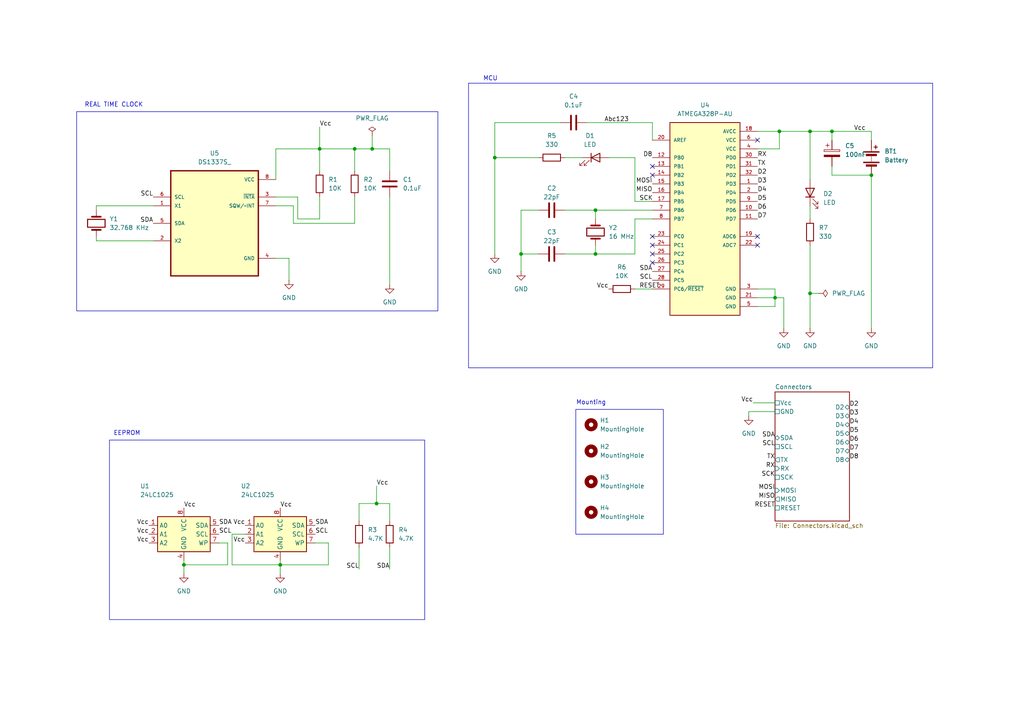
<source format=kicad_sch>
(kicad_sch (version 20250114) (generator "eeschema") (generator_version "9.0")
  (paper "A4")
  (title_block (title "${project_name}") (date "2025-05-19") (rev "1"))
  (lib_symbols
    (symbol "ATMEGA328P-AU:ATMEGA328P-AU" (pin_names (offset 1.016))
      (property "Reference" "U4" (at 0 33.02 0))
      (property "Value" "ATMEGA328P-AU" (at 0 30.48 0))
      (symbol "ATMEGA328P-AU_0_0"
        (rectangle (start -10.16 -27.94) (end 10.16 27.94) (stroke (width 0.254)) (fill (type background)))
        (pin input line (at -15.24 22.86 0) (length 5.08) (name "AREF") (number "20"))
        (pin bidirectional line (at -15.24 17.78 0) (length 5.08) (name "PB0") (number "12"))
        (pin bidirectional line (at -15.24 15.24 0) (length 5.08) (name "PB1") (number "13"))
        (pin bidirectional line (at -15.24 12.7 0) (length 5.08) (name "PB2") (number "14"))
        (pin bidirectional line (at -15.24 10.16 0) (length 5.08) (name "PB3") (number "15"))
        (pin bidirectional line (at -15.24 7.62 0) (length 5.08) (name "PB4") (number "16"))
        (pin bidirectional line (at -15.24 5.08 0) (length 5.08) (name "PB5") (number "17"))
        (pin bidirectional line (at -15.24 2.54 0) (length 5.08) (name "PB6") (number "7"))
        (pin bidirectional line (at -15.24 0 0) (length 5.08) (name "PB7") (number "8"))
        (pin bidirectional line (at -15.24 -5.08 0) (length 5.08) (name "PC0") (number "23"))
        (pin bidirectional line (at -15.24 -7.62 0) (length 5.08) (name "PC1") (number "24"))
        (pin bidirectional line (at -15.24 -10.16 0) (length 5.08) (name "PC2") (number "25"))
        (pin bidirectional line (at -15.24 -12.7 0) (length 5.08) (name "PC3") (number "26"))
        (pin bidirectional line (at -15.24 -15.24 0) (length 5.08) (name "PC4") (number "27"))
        (pin bidirectional line (at -15.24 -17.78 0) (length 5.08) (name "PC5") (number "28"))
        (pin bidirectional line (at -15.24 -20.32 0) (length 5.08) (name "PC6/~{RESET}") (number "29"))
        (pin power_in line (at 15.24 25.4 180) (length 5.08) (name "AVCC") (number "18"))
        (pin power_in line (at 15.24 22.86 180) (length 5.08) (name "VCC") (number "6"))
        (pin power_in line (at 15.24 20.32 180) (length 5.08) (name "VCC") (number "4"))
        (pin bidirectional line (at 15.24 17.78 180) (length 5.08) (name "PD0") (number "30"))
        (pin bidirectional line (at 15.24 15.24 180) (length 5.08) (name "PD1") (number "31"))
        (pin bidirectional line (at 15.24 12.7 180) (length 5.08) (name "PD2") (number "32"))
        (pin bidirectional line (at 15.24 10.16 180) (length 5.08) (name "PD3") (number "1"))
        (pin bidirectional line (at 15.24 7.62 180) (length 5.08) (name "PD4") (number "2"))
        (pin bidirectional line (at 15.24 5.08 180) (length 5.08) (name "PD5") (number "9"))
        (pin bidirectional line (at 15.24 2.54 180) (length 5.08) (name "PD6") (number "10"))
        (pin bidirectional line (at 15.24 0 180) (length 5.08) (name "PD7") (number "11"))
        (pin bidirectional line (at 15.24 -5.08 180) (length 5.08) (name "ADC6") (number "19"))
        (pin bidirectional line (at 15.24 -7.62 180) (length 5.08) (name "ADC7") (number "22"))
        (pin power_in line (at 15.24 -20.32 180) (length 5.08) (name "GND") (number "3"))
        (pin power_in line (at 15.24 -22.86 180) (length 5.08) (name "GND") (number "21"))
        (pin power_in line (at 15.24 -25.4 180) (length 5.08) (name "GND") (number "5"))
      )
    )
    (symbol "DS1337S_:DS1337S_" (pin_names (offset 1.016))
      (property "Reference" "U" (at -12.7 16.24 0))
      (property "Value" "DS1337S_" (at -12.7 -19.24 0))
      (symbol "DS1337S__0_0"
        (rectangle (start -12.7 -15.24) (end 12.7 15.24) (stroke (width 0.41)) (fill (type background)))
        (pin input line (at -17.78 7.62 0) (length 5.08) (name "SCL") (number "6"))
        (pin input line (at -17.78 5.08 0) (length 5.08) (name "X1") (number "1"))
        (pin bidirectional line (at -17.78 0 0) (length 5.08) (name "SDA") (number "5"))
        (pin bidirectional line (at -17.78 -5.08 0) (length 5.08) (name "X2") (number "2"))
        (pin power_in line (at 17.78 12.7 180) (length 5.08) (name "VCC") (number "8"))
        (pin output line (at 17.78 7.62 180) (length 5.08) (name "~{INTA}") (number "3"))
        (pin output line (at 17.78 5.08 180) (length 5.08) (name "SQW/~INT") (number "7"))
        (pin power_in line (at 17.78 -10.16 180) (length 5.08) (name "GND") (number "4"))
      )
    )
    (symbol "Device:Battery" (pin_numbers (hide yes)) (pin_names (offset 0) (hide yes))
      (property "Reference" "BT" (at 2.54 2.54 0))
      (property "Value" "Battery" (at 2.54 0 0))
      (symbol "Battery_0_1"
        (rectangle (start -2.286 1.778) (end 2.286 1.524) (fill (type outline)))
        (rectangle (start -2.286 -1.27) (end 2.286 -1.524) (fill (type outline)))
        (rectangle (start -1.524 1.016) (end 1.524 0.508) (fill (type outline)))
        (rectangle (start -1.524 -2.032) (end 1.524 -2.54) (fill (type outline)))
        (polyline (pts (xy 0 1.778) (xy 0 2.54)))
        (polyline (pts (xy 0 0) (xy 0 0.254)))
        (polyline (pts (xy 0 -0.508) (xy 0 -0.254)))
        (polyline (pts (xy 0 -1.016) (xy 0 -0.762)))
        (polyline (pts (xy 0.762 3.048) (xy 1.778 3.048)) (stroke (width 0.254)))
        (polyline (pts (xy 1.27 3.556) (xy 1.27 2.54)) (stroke (width 0.254)))
      )
      (symbol "Battery_1_1"
        (pin passive line (at 0 5.08 270) (length 2.54) (name "+") (number "1"))
        (pin passive line (at 0 -5.08 90) (length 2.54) (name "-") (number "2"))
      )
    )
    (symbol "Device:C" (pin_numbers (hide yes)) (pin_names (offset 0.254))
      (property "Reference" "C" (at 0.635 2.54 0))
      (property "Value" "C" (at 0.635 -2.54 0))
      (symbol "C_0_1"
        (polyline (pts (xy -2.032 0.762) (xy 2.032 0.762)) (stroke (width 0.508)))
        (polyline (pts (xy -2.032 -0.762) (xy 2.032 -0.762)) (stroke (width 0.508)))
      )
      (symbol "C_1_1"
        (pin passive line (at 0 3.81 270) (length 2.794) (name "~") (number "1"))
        (pin passive line (at 0 -3.81 90) (length 2.794) (name "~") (number "2"))
      )
    )
    (symbol "Device:C_Polarized" (pin_numbers (hide yes)) (pin_names (offset 0.254))
      (property "Reference" "C" (at 0.635 2.54 0))
      (property "Value" "C_Polarized" (at 0.635 -2.54 0))
      (symbol "C_Polarized_0_1"
        (rectangle (start -2.286 0.508) (end 2.286 1.016))
        (polyline (pts (xy -1.778 2.286) (xy -0.762 2.286)))
        (polyline (pts (xy -1.27 2.794) (xy -1.27 1.778)))
        (rectangle (start 2.286 -0.508) (end -2.286 -1.016) (fill (type outline)))
      )
      (symbol "C_Polarized_1_1"
        (pin passive line (at 0 3.81 270) (length 2.794) (name "~") (number "1"))
        (pin passive line (at 0 -3.81 90) (length 2.794) (name "~") (number "2"))
      )
    )
    (symbol "Device:Crystal" (pin_numbers (hide yes)) (pin_names (offset 1.016) (hide yes))
      (property "Reference" "Y" (at 0 3.81 0))
      (property "Value" "Crystal" (at 0 -3.81 0))
      (symbol "Crystal_0_1"
        (polyline (pts (xy -2.54 0) (xy -1.905 0)))
        (polyline (pts (xy -1.905 -1.27) (xy -1.905 1.27)) (stroke (width 0.508)))
        (rectangle (start -1.143 2.54) (end 1.143 -2.54) (stroke (width 0.3048)))
        (polyline (pts (xy 1.905 -1.27) (xy 1.905 1.27)) (stroke (width 0.508)))
        (polyline (pts (xy 2.54 0) (xy 1.905 0)))
      )
      (symbol "Crystal_1_1"
        (pin passive line (at -3.81 0 0) (length 1.27) (name "1") (number "1"))
        (pin passive line (at 3.81 0 180) (length 1.27) (name "2") (number "2"))
      )
    )
    (symbol "Device:LED" (pin_numbers (hide yes)) (pin_names (offset 1.016) (hide yes))
      (property "Reference" "D" (at 0 2.54 0))
      (property "Value" "LED" (at 0 -2.54 0))
      (symbol "LED_0_1"
        (polyline (pts (xy -3.048 -0.762) (xy -4.572 -2.286) (xy -3.81 -2.286) (xy -4.572 -2.286) (xy -4.572 -1.524)))
        (polyline (pts (xy -1.778 -0.762) (xy -3.302 -2.286) (xy -2.54 -2.286) (xy -3.302 -2.286) (xy -3.302 -1.524)))
        (polyline (pts (xy -1.27 0) (xy 1.27 0)))
        (polyline (pts (xy -1.27 -1.27) (xy -1.27 1.27)) (stroke (width 0.254)))
        (polyline (pts (xy 1.27 -1.27) (xy 1.27 1.27) (xy -1.27 0) (xy 1.27 -1.27)) (stroke (width 0.254)))
      )
      (symbol "LED_1_1"
        (pin passive line (at -3.81 0 0) (length 2.54) (name "K") (number "1"))
        (pin passive line (at 3.81 0 180) (length 2.54) (name "A") (number "2"))
      )
    )
    (symbol "Device:R" (pin_numbers (hide yes)) (pin_names (offset 0))
      (property "Reference" "R" (at 2.032 0 90))
      (property "Value" "R" (at 0 0 90))
      (symbol "R_0_1"
        (rectangle (start -1.016 -2.54) (end 1.016 2.54) (stroke (width 0.254)))
      )
      (symbol "R_1_1"
        (pin passive line (at 0 3.81 270) (length 1.27) (name "~") (number "1"))
        (pin passive line (at 0 -3.81 90) (length 1.27) (name "~") (number "2"))
      )
    )
    (symbol "Mechanical:MountingHole" (pin_names (offset 1.016)) (in_bom no)
      (property "Reference" "H" (at 0 5.08 0))
      (property "Value" "MountingHole" (at 0 3.175 0))
      (symbol "MountingHole_0_1"
        (circle (center 0 0) (radius 1.27) (stroke (width 1.27)))
      )
    )
    (symbol "Memory_EEPROM:24LC1025"
      (property "Reference" "U" (at -6.35 6.35 0))
      (property "Value" "24LC1025" (at 1.27 6.35 0))
      (symbol "24LC1025_1_1"
        (rectangle (start -7.62 5.08) (end 7.62 -5.08) (stroke (width 0.254)) (fill (type background)))
        (pin input line (at -10.16 2.54 0) (length 2.54) (name "A0") (number "1"))
        (pin input line (at -10.16 0 0) (length 2.54) (name "A1") (number "2"))
        (pin input line (at -10.16 -2.54 0) (length 2.54) (name "A2") (number "3"))
        (pin power_in line (at 0 7.62 270) (length 2.54) (name "VCC") (number "8"))
        (pin power_in line (at 0 -7.62 90) (length 2.54) (name "GND") (number "4"))
        (pin bidirectional line (at 10.16 2.54 180) (length 2.54) (name "SDA") (number "5"))
        (pin input line (at 10.16 0 180) (length 2.54) (name "SCL") (number "6"))
        (pin input line (at 10.16 -2.54 180) (length 2.54) (name "WP") (number "7"))
      )
    )
    (symbol "power:GND" (power) (pin_numbers (hide yes)) (pin_names (offset 0) (hide yes))
      (property "Value" "GND" (at 0 -3.81 0))
      (symbol "GND_0_1"
        (polyline (pts (xy 0 0) (xy 0 -1.27) (xy 1.27 -1.27) (xy 0 -2.54) (xy -1.27 -1.27) (xy 0 -1.27)))
      )
      (symbol "GND_1_1"
        (pin power_in line (at 0 0 270) (length 0) (name "~") (number "1"))
      )
    )
    (symbol "power:PWR_FLAG" (power) (pin_numbers (hide yes)) (pin_names (offset 0) (hide yes))
      (property "Value" "PWR_FLAG" (at 0 3.81 0))
      (symbol "PWR_FLAG_0_0"
        (pin power_out line (at 0 0 90) (length 0) (name "~") (number "1"))
      )
      (symbol "PWR_FLAG_0_1"
        (polyline (pts (xy 0 0) (xy 0 1.27) (xy -1.016 1.905) (xy 0 2.54) (xy 1.016 1.905) (xy 0 1.27)))
      )
    )
  )
  (rectangle (start 31.75 127.635) (end 123.19 179.705))
  (rectangle (start 22.225 32.385) (end 127 90.17))
  (rectangle (start 167.005 118.745) (end 192.405 154.94))
  (rectangle (start 135.89 24.13) (end 270.51 106.68))
  (text "REAL TIME CLOCK" (at 33.02 30.48 0) (effects (font (size 1.27 1.27))))
  (text "EEPROM" (at 36.83 125.73 0) (effects (font (size 1.27 1.27))))
  (text "Mounting" (at 171.45 116.84 0) (effects (font (size 1.27 1.27))))
  (text "MCU" (at 142.24 22.86 0) (effects (font (size 1.27 1.27))))
  (junction (at 234.95 38.1))
  (junction (at 172.72 73.66))
  (junction (at 151.13 73.66))
  (junction (at 241.3 38.1))
  (junction (at 172.72 60.96))
  (junction (at 102.87 43.18))
  (junction (at 81.28 163.83))
  (junction (at 252.73 50.8))
  (junction (at 234.95 85.09))
  (junction (at 92.71 43.18))
  (junction (at 143.51 45.72))
  (junction (at 226.06 38.1))
  (junction (at 109.22 146.05))
  (junction (at 224.79 86.36))
  (junction (at 53.34 163.83))
  (junction (at 107.95 43.18))
  (no_connect (at 189.23 73.66))
  (no_connect (at 189.23 76.2))
  (no_connect (at 189.23 68.58))
  (no_connect (at 189.23 48.26))
  (no_connect (at 219.71 68.58))
  (no_connect (at 219.71 71.12))
  (no_connect (at 189.23 50.8))
  (no_connect (at 219.71 40.64))
  (no_connect (at 189.23 71.12))
  (wire (pts (xy 189.23 63.5) (xy 184.15 63.5)))
  (wire (pts (xy 219.71 83.82) (xy 224.79 83.82)))
  (wire (pts (xy 66.04 157.48) (xy 66.04 163.83)))
  (wire (pts (xy 184.15 45.72) (xy 184.15 58.42)))
  (wire (pts (xy 92.71 63.5) (xy 92.71 57.15)))
  (wire (pts (xy 27.94 69.85) (xy 44.45 69.85)))
  (wire (pts (xy 224.79 86.36) (xy 227.33 86.36)))
  (wire (pts (xy 27.94 59.69) (xy 44.45 59.69)))
  (wire (pts (xy 113.03 57.15) (xy 113.03 82.55)))
  (wire (pts (xy 80.01 52.07) (xy 80.01 43.18)))
  (wire (pts (xy 81.28 162.56) (xy 81.28 163.83)))
  (wire (pts (xy 85.09 64.77) (xy 102.87 64.77)))
  (wire (pts (xy 241.3 50.8) (xy 252.73 50.8)))
  (wire (pts (xy 102.87 43.18) (xy 102.87 49.53)))
  (wire (pts (xy 170.18 35.56) (xy 189.23 35.56)))
  (wire (pts (xy 252.73 40.64) (xy 252.73 38.1)))
  (wire (pts (xy 113.03 43.18) (xy 113.03 49.53)))
  (wire (pts (xy 95.25 157.48) (xy 95.25 163.83)))
  (wire (pts (xy 102.87 64.77) (xy 102.87 57.15)))
  (wire (pts (xy 156.21 60.96) (xy 151.13 60.96)))
  (wire (pts (xy 92.71 36.83) (xy 92.71 43.18)))
  (wire (pts (xy 217.17 120.65) (xy 217.17 119.38)))
  (wire (pts (xy 163.83 60.96) (xy 172.72 60.96)))
  (wire (pts (xy 92.71 43.18) (xy 92.71 49.53)))
  (wire (pts (xy 163.83 45.72) (xy 168.91 45.72)))
  (wire (pts (xy 81.28 163.83) (xy 81.28 166.37)))
  (wire (pts (xy 80.01 74.93) (xy 83.82 74.93)))
  (wire (pts (xy 172.72 60.96) (xy 189.23 60.96)))
  (wire (pts (xy 143.51 45.72) (xy 143.51 73.66)))
  (wire (pts (xy 113.03 146.05) (xy 113.03 151.13)))
  (wire (pts (xy 176.53 45.72) (xy 184.15 45.72)))
  (wire (pts (xy 252.73 50.8) (xy 252.73 95.25)))
  (wire (pts (xy 234.95 71.12) (xy 234.95 85.09)))
  (wire (pts (xy 241.3 48.26) (xy 241.3 50.8)))
  (wire (pts (xy 107.95 39.37) (xy 107.95 43.18)))
  (wire (pts (xy 252.73 38.1) (xy 241.3 38.1)))
  (wire (pts (xy 53.34 162.56) (xy 53.34 163.83)))
  (wire (pts (xy 109.22 146.05) (xy 113.03 146.05)))
  (wire (pts (xy 184.15 83.82) (xy 189.23 83.82)))
  (wire (pts (xy 219.71 43.18) (xy 226.06 43.18)))
  (wire (pts (xy 224.79 83.82) (xy 224.79 86.36)))
  (wire (pts (xy 234.95 85.09) (xy 234.95 95.25)))
  (wire (pts (xy 234.95 85.09) (xy 237.49 85.09)))
  (wire (pts (xy 226.06 38.1) (xy 219.71 38.1)))
  (wire (pts (xy 241.3 38.1) (xy 241.3 40.64)))
  (wire (pts (xy 156.21 45.72) (xy 143.51 45.72)))
  (wire (pts (xy 91.44 157.48) (xy 95.25 157.48)))
  (wire (pts (xy 86.36 63.5) (xy 92.71 63.5)))
  (wire (pts (xy 67.31 154.94) (xy 67.31 163.83)))
  (wire (pts (xy 234.95 38.1) (xy 226.06 38.1)))
  (wire (pts (xy 109.22 140.97) (xy 109.22 146.05)))
  (wire (pts (xy 104.14 158.75) (xy 104.14 165.1)))
  (wire (pts (xy 86.36 57.15) (xy 86.36 63.5)))
  (wire (pts (xy 151.13 73.66) (xy 156.21 73.66)))
  (wire (pts (xy 172.72 71.12) (xy 172.72 73.66)))
  (wire (pts (xy 67.31 163.83) (xy 81.28 163.83)))
  (wire (pts (xy 234.95 59.69) (xy 234.95 63.5)))
  (wire (pts (xy 143.51 35.56) (xy 143.51 45.72)))
  (wire (pts (xy 53.34 163.83) (xy 53.34 166.37)))
  (wire (pts (xy 92.71 43.18) (xy 102.87 43.18)))
  (wire (pts (xy 162.56 35.56) (xy 143.51 35.56)))
  (wire (pts (xy 102.87 43.18) (xy 107.95 43.18)))
  (wire (pts (xy 227.33 95.25) (xy 227.33 86.36)))
  (wire (pts (xy 81.28 163.83) (xy 95.25 163.83)))
  (wire (pts (xy 63.5 157.48) (xy 66.04 157.48)))
  (wire (pts (xy 27.94 68.58) (xy 27.94 69.85)))
  (wire (pts (xy 189.23 35.56) (xy 189.23 40.64)))
  (wire (pts (xy 172.72 60.96) (xy 172.72 63.5)))
  (wire (pts (xy 151.13 60.96) (xy 151.13 73.66)))
  (wire (pts (xy 27.94 60.96) (xy 27.94 59.69)))
  (wire (pts (xy 234.95 38.1) (xy 241.3 38.1)))
  (wire (pts (xy 226.06 43.18) (xy 226.06 38.1)))
  (wire (pts (xy 85.09 59.69) (xy 85.09 64.77)))
  (wire (pts (xy 217.17 119.38) (xy 224.79 119.38)))
  (wire (pts (xy 234.95 38.1) (xy 234.95 52.07)))
  (wire (pts (xy 104.14 146.05) (xy 109.22 146.05)))
  (wire (pts (xy 219.71 86.36) (xy 224.79 86.36)))
  (wire (pts (xy 80.01 57.15) (xy 86.36 57.15)))
  (wire (pts (xy 83.82 74.93) (xy 83.82 81.28)))
  (wire (pts (xy 163.83 73.66) (xy 172.72 73.66)))
  (wire (pts (xy 184.15 63.5) (xy 184.15 73.66)))
  (wire (pts (xy 224.79 86.36) (xy 224.79 88.9)))
  (wire (pts (xy 53.34 163.83) (xy 66.04 163.83)))
  (wire (pts (xy 80.01 43.18) (xy 92.71 43.18)))
  (wire (pts (xy 113.03 158.75) (xy 113.03 165.1)))
  (wire (pts (xy 80.01 59.69) (xy 85.09 59.69)))
  (wire (pts (xy 71.12 154.94) (xy 67.31 154.94)))
  (wire (pts (xy 104.14 151.13) (xy 104.14 146.05)))
  (wire (pts (xy 184.15 58.42) (xy 189.23 58.42)))
  (wire (pts (xy 219.71 88.9) (xy 224.79 88.9)))
  (wire (pts (xy 151.13 73.66) (xy 151.13 78.74)))
  (wire (pts (xy 107.95 43.18) (xy 113.03 43.18)))
  (wire (pts (xy 184.15 73.66) (xy 172.72 73.66)))
  (wire (pts (xy 218.44 116.84) (xy 224.79 116.84)))
  (label "RESET" (at 185.42 83.82 0))
  (label "D2" (at 219.71 50.8 0))
  (label "Vcc" (at 247.65 38.1 0))
  (label "D7" (at 219.71 63.5 0))
  (label "D4" (at 246.38 123.19 0))
  (label "SDA" (at 91.44 152.4 0))
  (label "Vcc" (at 109.22 140.97 0))
  (label "RESET" (at 224.79 147.32 180))
  (label "Abc123" (at 175.26 35.56 0))
  (label "D6" (at 246.38 128.27 0))
  (label "SCL" (at 189.23 81.28 180))
  (label "SCK" (at 185.42 58.42 0))
  (label "SDA" (at 113.03 165.1 180))
  (label "Vcc" (at 53.34 147.32 0))
  (label "SDA" (at 224.79 127 180))
  (label "D8" (at 246.38 133.35 0))
  (label "TX" (at 219.71 48.26 0))
  (label "D3" (at 246.38 120.65 0))
  (label "SCL" (at 224.79 129.54 180))
  (label "MOSI" (at 224.79 142.24 180))
  (label "Vcc" (at 43.18 154.94 180))
  (label "D5" (at 219.71 58.42 0))
  (label "SDA" (at 44.45 64.77 180))
  (label "Vcc" (at 43.18 157.48 180))
  (label "RX" (at 219.71 45.72 0))
  (label "D6" (at 219.71 60.96 0))
  (label "Vcc" (at 71.12 152.4 180))
  (label "TX" (at 224.79 133.35 180))
  (label "D3" (at 219.71 53.34 0))
  (label "Vcc" (at 92.71 36.83 0))
  (label "Vcc" (at 218.44 116.84 180))
  (label "Vcc" (at 176.53 83.82 180))
  (label "MISO" (at 224.79 144.78 180))
  (label "SCL" (at 91.44 154.94 0))
  (label "Vcc" (at 81.28 147.32 0))
  (label "SCL" (at 44.45 57.15 180))
  (label "MOSI" (at 189.23 53.34 180))
  (label "D7" (at 246.38 130.81 0))
  (label "MISO" (at 189.23 55.88 180))
  (label "SDA" (at 189.23 78.74 180))
  (label "SCL" (at 63.5 154.94 0))
  (label "SCL" (at 104.14 165.1 180))
  (label "D4" (at 219.71 55.88 0))
  (label "D2" (at 246.38 118.11 0))
  (label "SDA" (at 63.5 152.4 0))
  (label "SCK" (at 224.79 138.43 180))
  (label "D5" (at 246.38 125.73 0))
  (label "Vcc" (at 43.18 152.4 180))
  (label "D8" (at 189.23 45.72 180))
  (label "RX" (at 224.79 135.89 180))
  (label "Vcc" (at 71.12 157.48 180))
  (symbol (lib_id "Device:C") (at 166.37 35.56 90) (unit 1)
    (property "Reference" "C4" (at 166.37 27.94 90))
    (property "Value" "0.1uF" (at 166.37 30.48 90))
    (property "Footprint" "Capacitor_SMD:C_0805_2012Metric" (effects (hide yes)))
    (property "Description" "Unpolarized capacitor" (effects (hide yes)))
  )
  (symbol (lib_id "power:GND") (at 227.33 95.25 0) (unit 1)
    (property "Reference" "#PWR05" (effects (hide yes)))
    (property "Value" "GND" (at 227.33 100.33 0))
    (property "Description" "Power symbol creates a global label with name \"GND\" , ground" (effects (hide yes)))
  )
  (symbol (lib_id "Device:R") (at 180.34 83.82 90) (unit 1)
    (property "Reference" "R6" (at 180.34 77.47 90))
    (property "Value" "10K" (at 180.34 80.01 90))
    (property "Footprint" "Resistor_SMD:R_0805_2012Metric" (effects (hide yes)))
    (property "Description" "Resistor" (effects (hide yes)))
  )
  (symbol (lib_id "Device:R") (at 113.03 154.94 0) (unit 1)
    (property "Reference" "R4" (at 115.57 153.6699 0) (effects (justify left)))
    (property "Value" "4.7K" (at 115.57 156.2099 0) (effects (justify left)))
    (property "Footprint" "Resistor_SMD:R_0805_2012Metric" (effects (hide yes)))
    (property "Description" "Resistor" (effects (hide yes)))
  )
  (symbol (lib_id "Device:C_Polarized") (at 241.3 44.45 0) (unit 1)
    (property "Reference" "C5" (at 245.11 42.2909 0) (effects (justify left)))
    (property "Value" "100nF" (at 245.11 44.8309 0) (effects (justify left)))
    (property "Footprint" "Capacitor_SMD:C_0805_2012Metric" (effects (hide yes)))
    (property "Description" "Polarized capacitor" (effects (hide yes)))
  )
  (symbol (lib_id "Device:LED") (at 234.95 55.88 90) (unit 1)
    (property "Reference" "D2" (at 238.76 56.1974 90) (effects (justify right)))
    (property "Value" "LED" (at 238.76 58.7374 90) (effects (justify right)))
    (property "Footprint" "LED_SMD:LED_0805_2012Metric" (effects (hide yes)))
    (property "Description" "Light emitting diode" (effects (hide yes)))
    (property "Sim.Pins" "1=K 2=A" (effects (hide yes)))
  )
  (symbol (lib_id "Device:Crystal") (at 172.72 67.31 90) (unit 1)
    (property "Reference" "Y2" (at 176.53 66.0399 90) (effects (justify right)))
    (property "Value" "16 MHz" (at 176.53 68.58 90) (effects (justify right)))
    (property "Footprint" "Crystal:Crystal_SMD_5032-2Pin_5.0x3.2mm_HandSoldering" (effects (hide yes)))
    (property "Description" "Two pin crystal" (effects (hide yes)))
  )
  (symbol (lib_id "Device:C") (at 160.02 60.96 90) (unit 1)
    (property "Reference" "C2" (at 160.02 54.61 90))
    (property "Value" "22pF" (at 160.02 57.15 90))
    (property "Footprint" "Capacitor_SMD:C_0805_2012Metric" (effects (hide yes)))
    (property "Description" "Unpolarized capacitor" (effects (hide yes)))
  )
  (symbol (lib_id "Device:Crystal") (at 27.94 64.77 90) (unit 1)
    (property "Reference" "Y1" (at 31.75 63.4999 90) (effects (justify right)))
    (property "Value" "32.768 KHz" (at 31.75 66.0399 90) (effects (justify right)))
    (property "Footprint" "Crystal:Crystal_SMD_5032-2Pin_5.0x3.2mm_HandSoldering" (effects (hide yes)))
    (property "Description" "Two pin crystal" (effects (hide yes)))
  )
  (symbol (lib_id "Device:R") (at 92.71 53.34 0) (unit 1)
    (property "Reference" "R1" (at 95.25 52.0699 0) (effects (justify left)))
    (property "Value" "10K" (at 95.25 54.6099 0) (effects (justify left)))
    (property "Footprint" "Resistor_SMD:R_0805_2012Metric" (effects (hide yes)))
    (property "Description" "Resistor" (effects (hide yes)))
  )
  (symbol (lib_id "power:GND") (at 252.73 95.25 0) (unit 1)
    (property "Reference" "#PWR07" (effects (hide yes)))
    (property "Value" "GND" (at 252.73 100.33 0))
    (property "Description" "Power symbol creates a global label with name \"GND\" , ground" (effects (hide yes)))
  )
  (symbol (lib_id "Device:C") (at 160.02 73.66 90) (unit 1)
    (property "Reference" "C3" (at 160.02 67.31 90))
    (property "Value" "22pF" (at 160.02 69.85 90))
    (property "Footprint" "Capacitor_SMD:C_0805_2012Metric" (effects (hide yes)))
    (property "Description" "Unpolarized capacitor" (effects (hide yes)))
  )
  (symbol (lib_id "Mechanical:MountingHole") (at 171.45 123.19 0) (unit 1) (in_bom no)
    (property "Reference" "H1" (at 173.99 121.9199 0) (effects (justify left)))
    (property "Value" "MountingHole" (at 173.99 124.4599 0) (effects (justify left)))
    (property "Footprint" "MountingHole:MountingHole_2.1mm" (effects (hide yes)))
    (property "Description" "Mounting Hole without connection" (effects (hide yes)))
  )
  (symbol (lib_id "Device:R") (at 102.87 53.34 0) (unit 1)
    (property "Reference" "R2" (at 105.41 52.0699 0) (effects (justify left)))
    (property "Value" "10K" (at 105.41 54.6099 0) (effects (justify left)))
    (property "Footprint" "Resistor_SMD:R_0805_2012Metric" (effects (hide yes)))
    (property "Description" "Resistor" (effects (hide yes)))
  )
  (symbol (lib_id "power:GND") (at 143.51 73.66 0) (unit 1)
    (property "Reference" "#PWR09" (effects (hide yes)))
    (property "Value" "GND" (at 143.51 78.74 0))
    (property "Description" "Power symbol creates a global label with name \"GND\" , ground" (effects (hide yes)))
  )
  (symbol (lib_id "power:GND") (at 217.17 120.65 0) (unit 1)
    (property "Reference" "#PWR010" (effects (hide yes)))
    (property "Value" "GND" (at 217.17 125.73 0))
    (property "Description" "Power symbol creates a global label with name \"GND\" , ground" (effects (hide yes)))
  )
  (symbol (lib_id "Device:R") (at 160.02 45.72 90) (unit 1)
    (property "Reference" "R5" (at 160.02 39.37 90))
    (property "Value" "330" (at 160.02 41.91 90))
    (property "Footprint" "Resistor_SMD:R_0805_2012Metric" (effects (hide yes)))
    (property "Description" "Resistor" (effects (hide yes)))
  )
  (symbol (lib_id "ATMEGA328P-AU:ATMEGA328P-AU") (at 204.47 63.5 0) (unit 1)
    (property "Reference" "U4" (at 204.47 30.48 0))
    (property "Value" "ATMEGA328P-AU" (at 204.47 33.02 0))
    (property "Footprint" "Footprints:QFP80P900X900X120-32N" (effects (hide yes)))
    (property "MF" "MICROCHIP TECH." (effects (hide yes)))
    (property "MAXIMUM_PACKAGE_HEIGHT" "1.20mm" (effects (hide yes)))
    (property "Package" "TQFP-32 Microchip" (effects (hide yes)))
    (property "Price" "None" (effects (hide yes)))
    (property "Check_prices" "https://www.snapeda.com/parts/ATMEGA328P-AU/Microchip/view-part/?ref=eda" (effects (hide yes)))
    (property "STANDARD" "IPC-7351B" (effects (hide yes)))
    (property "PARTREV" "8271A" (effects (hide yes)))
    (property "SnapEDA_Link" "https://www.snapeda.com/parts/ATMEGA328P-AU/Microchip/view-part/?ref=snap" (effects (hide yes)))
    (property "MP" "ATMEGA328P-AU" (effects (hide yes)))
    (property "Description_1" "MCU 8-bit - AVR ATmega Family ATmega328 Series Microcontrollers - 20 MHz - 32 KB - 2 KB - 32 Pins." (effects (hide yes)))
    (property "Availability" "In Stock" (effects (hide yes)))
    (property "MANUFACTURER" "Microchip" (effects (hide yes)))
  )
  (symbol (lib_id "power:GND") (at 81.28 166.37 0) (unit 1)
    (property "Reference" "#PWR04" (effects (hide yes)))
    (property "Value" "GND" (at 81.28 171.45 0))
    (property "Description" "Power symbol creates a global label with name \"GND\" , ground" (effects (hide yes)))
  )
  (symbol (lib_id "power:GND") (at 113.03 82.55 0) (unit 1)
    (property "Reference" "#PWR02" (effects (hide yes)))
    (property "Value" "GND" (at 113.03 87.63 0))
    (property "Description" "Power symbol creates a global label with name \"GND\" , ground" (effects (hide yes)))
  )
  (symbol (lib_id "Memory_EEPROM:24LC1025") (at 81.28 154.94 0) (unit 1)
    (property "Reference" "U2" (at 69.85 140.97 0) (effects (justify left)))
    (property "Value" "24LC1025" (at 69.85 143.51 0) (effects (justify left)))
    (property "Footprint" "Package_SO:SOIC-8_5.3x5.3mm_P1.27mm" (effects (hide yes)))
    (property "Datasheet" "http://ww1.microchip.com/downloads/en/DeviceDoc/21941B.pdf" (effects (hide yes)))
    (property "Description" "I2C Serial EEPROM, 1024Kb, DIP-8/SOIC-8/TSSOP-8/DFN-8" (effects (hide yes)))
  )
  (symbol (lib_id "power:GND") (at 234.95 95.25 0) (unit 1)
    (property "Reference" "#PWR06" (effects (hide yes)))
    (property "Value" "GND" (at 234.95 100.33 0))
    (property "Description" "Power symbol creates a global label with name \"GND\" , ground" (effects (hide yes)))
  )
  (symbol (lib_id "Mechanical:MountingHole") (at 171.45 130.81 0) (unit 1) (in_bom no)
    (property "Reference" "H2" (at 173.99 129.5399 0) (effects (justify left)))
    (property "Value" "MountingHole" (at 173.99 132.0799 0) (effects (justify left)))
    (property "Footprint" "MountingHole:MountingHole_2.1mm" (effects (hide yes)))
    (property "Description" "Mounting Hole without connection" (effects (hide yes)))
  )
  (symbol (lib_id "Device:R") (at 234.95 67.31 0) (unit 1)
    (property "Reference" "R7" (at 237.49 66.0399 0) (effects (justify left)))
    (property "Value" "330" (at 237.49 68.5799 0) (effects (justify left)))
    (property "Footprint" "Resistor_SMD:R_0805_2012Metric" (effects (hide yes)))
    (property "Description" "Resistor" (effects (hide yes)))
  )
  (symbol (lib_id "power:GND") (at 53.34 166.37 0) (unit 1)
    (property "Reference" "#PWR03" (effects (hide yes)))
    (property "Value" "GND" (at 53.34 171.45 0))
    (property "Description" "Power symbol creates a global label with name \"GND\" , ground" (effects (hide yes)))
  )
  (symbol (lib_id "Device:C") (at 113.03 53.34 0) (unit 1)
    (property "Reference" "C1" (at 116.84 52.0699 0) (effects (justify left)))
    (property "Value" "0.1uF" (at 116.84 54.6099 0) (effects (justify left)))
    (property "Footprint" "Capacitor_SMD:C_0805_2012Metric" (effects (hide yes)))
    (property "Description" "Unpolarized capacitor" (effects (hide yes)))
  )
  (symbol (lib_id "Mechanical:MountingHole") (at 171.45 148.59 0) (unit 1) (in_bom no)
    (property "Reference" "H4" (at 173.99 147.3199 0) (effects (justify left)))
    (property "Value" "MountingHole" (at 173.99 149.8599 0) (effects (justify left)))
    (property "Footprint" "MountingHole:MountingHole_2.1mm" (effects (hide yes)))
    (property "Description" "Mounting Hole without connection" (effects (hide yes)))
  )
  (symbol (lib_id "Device:LED") (at 172.72 45.72 0) (unit 1)
    (property "Reference" "D1" (at 171.1325 39.37 0))
    (property "Value" "LED" (at 171.1325 41.91 0))
    (property "Footprint" "LED_SMD:LED_0805_2012Metric" (effects (hide yes)))
    (property "Description" "Light emitting diode" (effects (hide yes)))
    (property "Sim.Pins" "1=K 2=A" (effects (hide yes)))
  )
  (symbol (lib_id "DS1337S_:DS1337S_") (at 62.23 64.77 0) (unit 1)
    (property "Reference" "U5" (at 62.23 44.45 0))
    (property "Value" "DS1337S_" (at 62.23 46.99 0))
    (property "Footprint" "Footprints:SOIC127P600X175-8N" (effects (hide yes)))
    (property "MF" "Maxim Integrated Products" (effects (hide yes)))
    (property "Description_1" "Real Time Clock (RTC) IC Clock/Calendar I2C, 2-Wire Serial 8-SOIC (0.154, 3.90mm Width)" (effects (hide yes)))
    (property "Package" "SOIC-8 Maxim" (effects (hide yes)))
    (property "Price" "None" (effects (hide yes)))
    (property "SnapEDA_Link" "https://www.snapeda.com/parts/DS1337S+/Maxim+Integrated/view-part/?ref=snap" (effects (hide yes)))
    (property "MP" "DS1337S+" (effects (hide yes)))
    (property "Availability" "In Stock" (effects (hide yes)))
    (property "Check_prices" "https://www.snapeda.com/parts/DS1337S+/Maxim+Integrated/view-part/?ref=eda" (effects (hide yes)))
  )
  (symbol (lib_id "Mechanical:MountingHole") (at 171.45 139.7 0) (unit 1) (in_bom no)
    (property "Reference" "H3" (at 173.99 138.4299 0) (effects (justify left)))
    (property "Value" "MountingHole" (at 173.99 140.9699 0) (effects (justify left)))
    (property "Footprint" "MountingHole:MountingHole_2.1mm" (effects (hide yes)))
    (property "Description" "Mounting Hole without connection" (effects (hide yes)))
  )
  (symbol (lib_id "Memory_EEPROM:24LC1025") (at 53.34 154.94 0) (unit 1)
    (property "Reference" "U1" (at 40.64 140.97 0) (effects (justify left)))
    (property "Value" "24LC1025" (at 40.64 143.51 0) (effects (justify left)))
    (property "Footprint" "Package_SO:SOIC-8_5.3x5.3mm_P1.27mm" (effects (hide yes)))
    (property "Datasheet" "http://ww1.microchip.com/downloads/en/DeviceDoc/21941B.pdf" (effects (hide yes)))
    (property "Description" "I2C Serial EEPROM, 1024Kb, DIP-8/SOIC-8/TSSOP-8/DFN-8" (effects (hide yes)))
  )
  (symbol (lib_id "power:GND") (at 151.13 78.74 0) (unit 1)
    (property "Reference" "#PWR08" (effects (hide yes)))
    (property "Value" "GND" (at 151.13 83.82 0))
    (property "Description" "Power symbol creates a global label with name \"GND\" , ground" (effects (hide yes)))
  )
  (symbol (lib_id "Device:Battery") (at 252.73 45.72 0) (unit 1)
    (property "Reference" "BT1" (at 256.54 43.8784 0) (effects (justify left)))
    (property "Value" "Battery" (at 256.54 46.4184 0) (effects (justify left)))
    (property "Footprint" "Connector_PinHeader_2.54mm:PinHeader_1x02_P2.54mm_Vertical" (effects (hide yes)))
    (property "Description" "Multiple-cell battery" (effects (hide yes)))
  )
  (symbol (lib_id "power:GND") (at 83.82 81.28 0) (unit 1)
    (property "Reference" "#PWR01" (effects (hide yes)))
    (property "Value" "GND" (at 83.82 86.36 0))
    (property "Description" "Power symbol creates a global label with name \"GND\" , ground" (effects (hide yes)))
  )
  (symbol (lib_id "Device:R") (at 104.14 154.94 0) (unit 1)
    (property "Reference" "R3" (at 106.68 153.6699 0) (effects (justify left)))
    (property "Value" "4.7K" (at 106.68 156.2099 0) (effects (justify left)))
    (property "Footprint" "Resistor_SMD:R_0805_2012Metric" (effects (hide yes)))
    (property "Description" "Resistor" (effects (hide yes)))
  )
  (symbol (lib_id "power:PWR_FLAG") (at 237.49 85.09 270) (unit 1)
    (property "Reference" "#FLG02" (effects (hide yes)))
    (property "Value" "PWR_FLAG" (at 241.3 85.0899 90) (effects (justify left)))
    (property "Description" "Special symbol for telling ERC where power comes from" (effects (hide yes)))
  )
  (symbol (lib_id "power:PWR_FLAG") (at 107.95 39.37 0) (unit 1)
    (property "Reference" "#FLG03" (effects (hide yes)))
    (property "Value" "PWR_FLAG" (at 107.95 34.29 0))
    (property "Description" "Special symbol for telling ERC where power comes from" (effects (hide yes)))
  )
  (sheet (at 224.79 113.665) (size 21.59 37.465) (stroke (width 0.1524))
    (property "Sheetname" "Connectors" (at 224.79 112.9534 0) (effects (justify left bottom)))
    (property "Sheetfile" "Connectors.kicad_sch" (at 224.79 151.7146 0) (effects (justify left top)))
    (pin "D2" bidirectional (at 246.38 118.11 0))
    (pin "D3" bidirectional (at 246.38 120.65 0))
    (pin "D4" bidirectional (at 246.38 123.19 0))
    (pin "D5" bidirectional (at 246.38 125.73 0))
    (pin "D6" bidirectional (at 246.38 128.27 0))
    (pin "D7" bidirectional (at 246.38 130.81 0))
    (pin "D8" bidirectional (at 246.38 133.35 0))
    (pin "MOSI" input (at 224.79 142.24 180))
    (pin "MISO" output (at 224.79 144.78 180))
    (pin "RESET" passive (at 224.79 147.32 180))
    (pin "Vcc" passive (at 224.79 116.84 180))
    (pin "GND" passive (at 224.79 119.38 180))
    (pin "RX" input (at 224.79 135.89 180))
    (pin "SDA" bidirectional (at 224.79 127 180))
    (pin "TX" output (at 224.79 133.35 180))
    (pin "SCK" passive (at 224.79 138.43 180))
    (pin "SCL" passive (at 224.79 129.54 180))
  )
)
</source>
